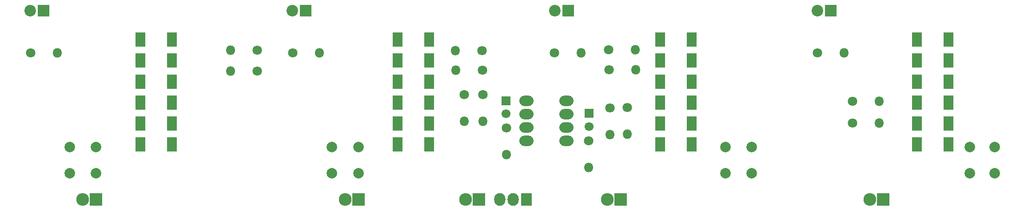
<source format=gbr>
G04 #@! TF.FileFunction,Soldermask,Top*
%FSLAX46Y46*%
G04 Gerber Fmt 4.6, Leading zero omitted, Abs format (unit mm)*
G04 Created by KiCad (PCBNEW 4.0.7) date Sunday 08 October 2017 21:21:43*
%MOMM*%
%LPD*%
G01*
G04 APERTURE LIST*
%ADD10C,0.100000*%
%ADD11R,2.432000X2.432000*%
%ADD12O,2.432000X2.432000*%
%ADD13R,2.127200X2.432000*%
%ADD14O,2.127200X2.432000*%
%ADD15R,1.700000X1.700000*%
%ADD16C,1.700000*%
%ADD17O,2.700000X2.000000*%
%ADD18R,2.200000X2.200000*%
%ADD19C,2.200000*%
%ADD20C,2.000000*%
%ADD21C,1.800000*%
%ADD22O,1.800000X1.800000*%
%ADD23R,1.924000X2.700000*%
G04 APERTURE END LIST*
D10*
D11*
X195000000Y-90000000D03*
D12*
X192460000Y-90000000D03*
D11*
X145000000Y-90000000D03*
D12*
X142460000Y-90000000D03*
D11*
X95000000Y-90000000D03*
D12*
X92460000Y-90000000D03*
D11*
X45000000Y-90000000D03*
D12*
X42460000Y-90000000D03*
D11*
X118000000Y-90000000D03*
D12*
X115460000Y-90000000D03*
D13*
X127000000Y-90000000D03*
D14*
X124460000Y-90000000D03*
X121920000Y-90000000D03*
D15*
X123125000Y-71150000D03*
D16*
X123125000Y-73650000D03*
D15*
X138975000Y-73550000D03*
D16*
X138975000Y-76050000D03*
D17*
X127060000Y-71200000D03*
X127060000Y-73740000D03*
X127060000Y-76280000D03*
X127060000Y-78820000D03*
X134680000Y-78820000D03*
X134680000Y-76280000D03*
X134680000Y-73740000D03*
X134680000Y-71200000D03*
D18*
X185000000Y-54000000D03*
D19*
X182460000Y-54000000D03*
D18*
X135000000Y-54000000D03*
D19*
X132460000Y-54000000D03*
D18*
X85000000Y-54000000D03*
D19*
X82460000Y-54000000D03*
D18*
X35000000Y-54000000D03*
D19*
X32460000Y-54000000D03*
D20*
X216250000Y-80000000D03*
X216250000Y-85000000D03*
X211500000Y-80000000D03*
X211500000Y-85000000D03*
X170000000Y-80000000D03*
X170000000Y-85000000D03*
X165000000Y-80000000D03*
X165000000Y-85000000D03*
X95000000Y-80000000D03*
X95000000Y-85000000D03*
X90000000Y-80000000D03*
X90000000Y-85000000D03*
X45000000Y-80000000D03*
X45000000Y-85000000D03*
X40000000Y-80000000D03*
X40000000Y-85000000D03*
D21*
X182495000Y-62000000D03*
D22*
X187575000Y-62000000D03*
D21*
X132395000Y-62000000D03*
D22*
X137475000Y-62000000D03*
D21*
X82500000Y-62000000D03*
D22*
X87580000Y-62000000D03*
D21*
X32565000Y-62000000D03*
D22*
X37645000Y-62000000D03*
D21*
X189170000Y-71275000D03*
D22*
X194250000Y-71275000D03*
D21*
X189170000Y-75450000D03*
D22*
X194250000Y-75450000D03*
D21*
X142670000Y-61475000D03*
D22*
X147750000Y-61475000D03*
D21*
X142775000Y-65225000D03*
D22*
X147855000Y-65225000D03*
D21*
X118605000Y-61575000D03*
D22*
X113525000Y-61575000D03*
D21*
X118680000Y-65375000D03*
D22*
X113600000Y-65375000D03*
D21*
X75735000Y-61550000D03*
D22*
X70655000Y-61550000D03*
D21*
X75710000Y-65525000D03*
D22*
X70630000Y-65525000D03*
D21*
X123200000Y-76350000D03*
D22*
X123200000Y-81430000D03*
D21*
X118750000Y-69970000D03*
D22*
X118750000Y-75050000D03*
D21*
X115175000Y-70000000D03*
D22*
X115175000Y-75080000D03*
D21*
X138925000Y-78800000D03*
D22*
X138925000Y-83880000D03*
D21*
X143000000Y-72550000D03*
D22*
X143000000Y-77630000D03*
D21*
X146300000Y-72475000D03*
D22*
X146300000Y-77555000D03*
D23*
X207500000Y-79500000D03*
X201500000Y-79500000D03*
X207500000Y-75500000D03*
X201500000Y-75500000D03*
X207500000Y-71500000D03*
X201500000Y-71500000D03*
X207500000Y-67500000D03*
X201500000Y-67500000D03*
X207500000Y-63500000D03*
X201500000Y-63500000D03*
X207500000Y-59500000D03*
X201500000Y-59500000D03*
X158500000Y-79500000D03*
X152500000Y-79500000D03*
X158500000Y-75500000D03*
X152500000Y-75500000D03*
X158500000Y-71500000D03*
X152500000Y-71500000D03*
X158500000Y-67500000D03*
X152500000Y-67500000D03*
X158500000Y-63500000D03*
X152500000Y-63500000D03*
X158500000Y-59500000D03*
X152500000Y-59500000D03*
X108500000Y-79500000D03*
X102500000Y-79500000D03*
X108500000Y-75500000D03*
X102500000Y-75500000D03*
X108500000Y-71500000D03*
X102500000Y-71500000D03*
X108500000Y-67500000D03*
X102500000Y-67500000D03*
X108500000Y-63500000D03*
X102500000Y-63500000D03*
X108500000Y-59500000D03*
X102500000Y-59500000D03*
X59500000Y-79500000D03*
X53500000Y-79500000D03*
X59500000Y-75500000D03*
X53500000Y-75500000D03*
X59500000Y-71500000D03*
X53500000Y-71500000D03*
X59500000Y-67500000D03*
X53500000Y-67500000D03*
X59500000Y-63500000D03*
X53500000Y-63500000D03*
X59500000Y-59500000D03*
X53500000Y-59500000D03*
M02*

</source>
